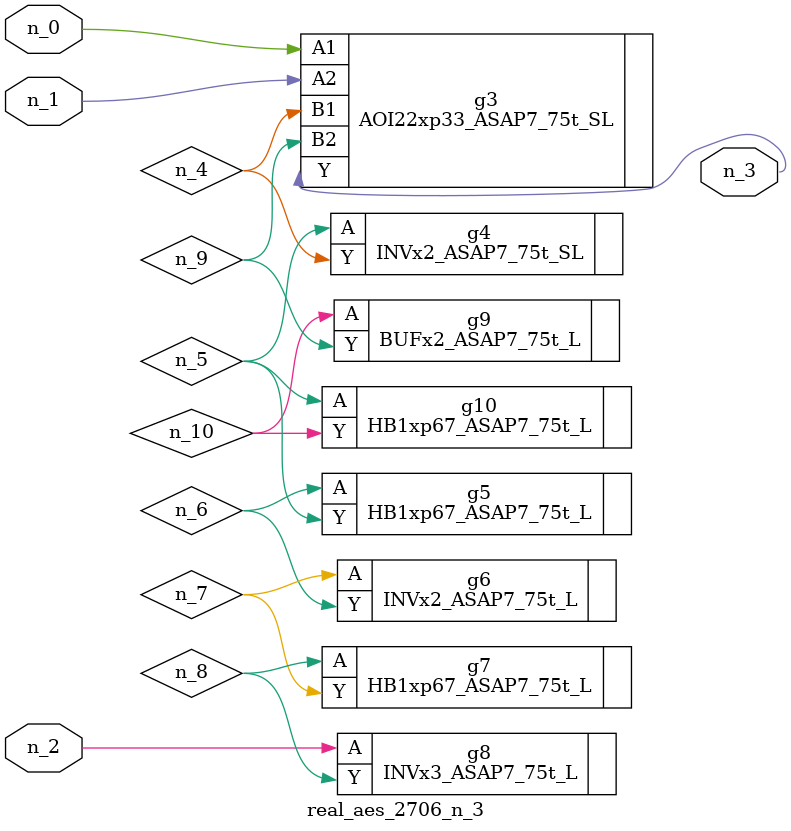
<source format=v>
module real_aes_2706_n_3 (n_0, n_2, n_1, n_3);
input n_0;
input n_2;
input n_1;
output n_3;
wire n_4;
wire n_5;
wire n_7;
wire n_9;
wire n_6;
wire n_8;
wire n_10;
AOI22xp33_ASAP7_75t_SL g3 ( .A1(n_0), .A2(n_1), .B1(n_4), .B2(n_9), .Y(n_3) );
INVx3_ASAP7_75t_L g8 ( .A(n_2), .Y(n_8) );
INVx2_ASAP7_75t_SL g4 ( .A(n_5), .Y(n_4) );
HB1xp67_ASAP7_75t_L g10 ( .A(n_5), .Y(n_10) );
HB1xp67_ASAP7_75t_L g5 ( .A(n_6), .Y(n_5) );
INVx2_ASAP7_75t_L g6 ( .A(n_7), .Y(n_6) );
HB1xp67_ASAP7_75t_L g7 ( .A(n_8), .Y(n_7) );
BUFx2_ASAP7_75t_L g9 ( .A(n_10), .Y(n_9) );
endmodule
</source>
